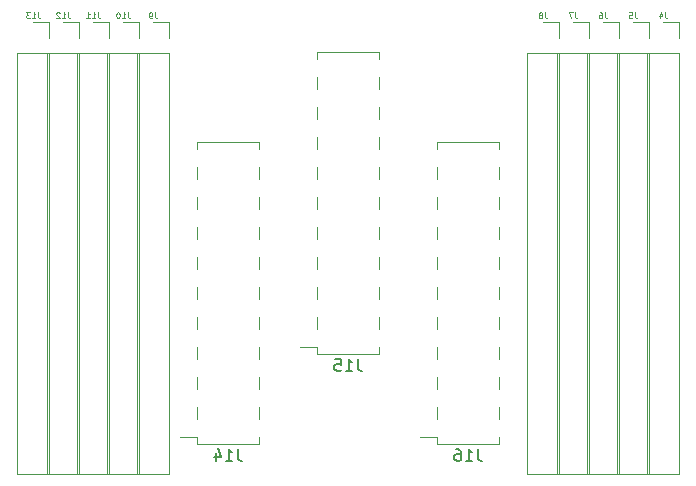
<source format=gbr>
G04 #@! TF.GenerationSoftware,KiCad,Pcbnew,5.1.7-a382d34a8~87~ubuntu18.04.1*
G04 #@! TF.CreationDate,2020-10-22T16:54:02+03:00*
G04 #@! TF.ProjectId,FreeSmart157AAC_29mm_devboard_5r_smd,46726565-536d-4617-9274-313537414143,rev?*
G04 #@! TF.SameCoordinates,Original*
G04 #@! TF.FileFunction,Legend,Bot*
G04 #@! TF.FilePolarity,Positive*
%FSLAX46Y46*%
G04 Gerber Fmt 4.6, Leading zero omitted, Abs format (unit mm)*
G04 Created by KiCad (PCBNEW 5.1.7-a382d34a8~87~ubuntu18.04.1) date 2020-10-22 16:54:02*
%MOMM*%
%LPD*%
G01*
G04 APERTURE LIST*
%ADD10C,0.120000*%
%ADD11C,0.150000*%
%ADD12C,0.125000*%
G04 APERTURE END LIST*
D10*
X2600000Y13460000D02*
X2600000Y14480000D01*
X-2600000Y13460000D02*
X-2600000Y14480000D01*
X2600000Y10920000D02*
X2600000Y11940000D01*
X-2600000Y10920000D02*
X-2600000Y11940000D01*
X2600000Y8380000D02*
X2600000Y9400000D01*
X-2600000Y8380000D02*
X-2600000Y9400000D01*
X2600000Y5840000D02*
X2600000Y6860000D01*
X-2600000Y5840000D02*
X-2600000Y6860000D01*
X2600000Y3300000D02*
X2600000Y4320000D01*
X-2600000Y3300000D02*
X-2600000Y4320000D01*
X2600000Y760000D02*
X2600000Y1780000D01*
X-2600000Y760000D02*
X-2600000Y1780000D01*
X2600000Y-1780000D02*
X2600000Y-760000D01*
X-2600000Y-1780000D02*
X-2600000Y-760000D01*
X2600000Y-4320000D02*
X2600000Y-3300000D01*
X-2600000Y-4320000D02*
X-2600000Y-3300000D01*
X2600000Y-6860000D02*
X2600000Y-5840000D01*
X-2600000Y-6860000D02*
X-2600000Y-5840000D01*
X2600000Y16000000D02*
X2600000Y16570000D01*
X-2600000Y16000000D02*
X-2600000Y16570000D01*
X2600000Y-8950000D02*
X2600000Y-8380000D01*
X-2600000Y-8950000D02*
X-2600000Y-8380000D01*
X-4040000Y-8380000D02*
X-2600000Y-8380000D01*
X-2600000Y16570000D02*
X2600000Y16570000D01*
X-2600000Y-8950000D02*
X2600000Y-8950000D01*
X12760000Y5840000D02*
X12760000Y6860000D01*
X7560000Y5840000D02*
X7560000Y6860000D01*
X12760000Y3300000D02*
X12760000Y4320000D01*
X7560000Y3300000D02*
X7560000Y4320000D01*
X12760000Y760000D02*
X12760000Y1780000D01*
X7560000Y760000D02*
X7560000Y1780000D01*
X12760000Y-1780000D02*
X12760000Y-760000D01*
X7560000Y-1780000D02*
X7560000Y-760000D01*
X12760000Y-4320000D02*
X12760000Y-3300000D01*
X7560000Y-4320000D02*
X7560000Y-3300000D01*
X12760000Y-6860000D02*
X12760000Y-5840000D01*
X7560000Y-6860000D02*
X7560000Y-5840000D01*
X12760000Y-9400000D02*
X12760000Y-8380000D01*
X7560000Y-9400000D02*
X7560000Y-8380000D01*
X12760000Y-11940000D02*
X12760000Y-10920000D01*
X7560000Y-11940000D02*
X7560000Y-10920000D01*
X12760000Y-14480000D02*
X12760000Y-13460000D01*
X7560000Y-14480000D02*
X7560000Y-13460000D01*
X12760000Y8380000D02*
X12760000Y8950000D01*
X7560000Y8380000D02*
X7560000Y8950000D01*
X12760000Y-16570000D02*
X12760000Y-16000000D01*
X7560000Y-16570000D02*
X7560000Y-16000000D01*
X6120000Y-16000000D02*
X7560000Y-16000000D01*
X7560000Y8950000D02*
X12760000Y8950000D01*
X7560000Y-16570000D02*
X12760000Y-16570000D01*
X28000000Y19110000D02*
X26670000Y19110000D01*
X28000000Y17780000D02*
X28000000Y19110000D01*
X28000000Y16510000D02*
X25340000Y16510000D01*
X25340000Y16510000D02*
X25340000Y-19110000D01*
X28000000Y16510000D02*
X28000000Y-19110000D01*
X28000000Y-19110000D02*
X25340000Y-19110000D01*
X25460000Y19110000D02*
X24130000Y19110000D01*
X25460000Y17780000D02*
X25460000Y19110000D01*
X25460000Y16510000D02*
X22800000Y16510000D01*
X22800000Y16510000D02*
X22800000Y-19110000D01*
X25460000Y16510000D02*
X25460000Y-19110000D01*
X25460000Y-19110000D02*
X22800000Y-19110000D01*
X22920000Y19110000D02*
X21590000Y19110000D01*
X22920000Y17780000D02*
X22920000Y19110000D01*
X22920000Y16510000D02*
X20260000Y16510000D01*
X20260000Y16510000D02*
X20260000Y-19110000D01*
X22920000Y16510000D02*
X22920000Y-19110000D01*
X22920000Y-19110000D02*
X20260000Y-19110000D01*
X20380000Y19110000D02*
X19050000Y19110000D01*
X20380000Y17780000D02*
X20380000Y19110000D01*
X20380000Y16510000D02*
X17720000Y16510000D01*
X17720000Y16510000D02*
X17720000Y-19110000D01*
X20380000Y16510000D02*
X20380000Y-19110000D01*
X20380000Y-19110000D02*
X17720000Y-19110000D01*
X17840000Y19110000D02*
X16510000Y19110000D01*
X17840000Y17780000D02*
X17840000Y19110000D01*
X17840000Y16510000D02*
X15180000Y16510000D01*
X15180000Y16510000D02*
X15180000Y-19110000D01*
X17840000Y16510000D02*
X17840000Y-19110000D01*
X17840000Y-19110000D02*
X15180000Y-19110000D01*
X-7560000Y5840000D02*
X-7560000Y6860000D01*
X-12760000Y5840000D02*
X-12760000Y6860000D01*
X-7560000Y3300000D02*
X-7560000Y4320000D01*
X-12760000Y3300000D02*
X-12760000Y4320000D01*
X-7560000Y760000D02*
X-7560000Y1780000D01*
X-12760000Y760000D02*
X-12760000Y1780000D01*
X-7560000Y-1780000D02*
X-7560000Y-760000D01*
X-12760000Y-1780000D02*
X-12760000Y-760000D01*
X-7560000Y-4320000D02*
X-7560000Y-3300000D01*
X-12760000Y-4320000D02*
X-12760000Y-3300000D01*
X-7560000Y-6860000D02*
X-7560000Y-5840000D01*
X-12760000Y-6860000D02*
X-12760000Y-5840000D01*
X-7560000Y-9400000D02*
X-7560000Y-8380000D01*
X-12760000Y-9400000D02*
X-12760000Y-8380000D01*
X-7560000Y-11940000D02*
X-7560000Y-10920000D01*
X-12760000Y-11940000D02*
X-12760000Y-10920000D01*
X-7560000Y-14480000D02*
X-7560000Y-13460000D01*
X-12760000Y-14480000D02*
X-12760000Y-13460000D01*
X-7560000Y8380000D02*
X-7560000Y8950000D01*
X-12760000Y8380000D02*
X-12760000Y8950000D01*
X-7560000Y-16570000D02*
X-7560000Y-16000000D01*
X-12760000Y-16570000D02*
X-12760000Y-16000000D01*
X-14200000Y-16000000D02*
X-12760000Y-16000000D01*
X-12760000Y8950000D02*
X-7560000Y8950000D01*
X-12760000Y-16570000D02*
X-7560000Y-16570000D01*
X-25340000Y19110000D02*
X-26670000Y19110000D01*
X-25340000Y17780000D02*
X-25340000Y19110000D01*
X-25340000Y16510000D02*
X-28000000Y16510000D01*
X-28000000Y16510000D02*
X-28000000Y-19110000D01*
X-25340000Y16510000D02*
X-25340000Y-19110000D01*
X-25340000Y-19110000D02*
X-28000000Y-19110000D01*
X-22800000Y19110000D02*
X-24130000Y19110000D01*
X-22800000Y17780000D02*
X-22800000Y19110000D01*
X-22800000Y16510000D02*
X-25460000Y16510000D01*
X-25460000Y16510000D02*
X-25460000Y-19110000D01*
X-22800000Y16510000D02*
X-22800000Y-19110000D01*
X-22800000Y-19110000D02*
X-25460000Y-19110000D01*
X-20260000Y19110000D02*
X-21590000Y19110000D01*
X-20260000Y17780000D02*
X-20260000Y19110000D01*
X-20260000Y16510000D02*
X-22920000Y16510000D01*
X-22920000Y16510000D02*
X-22920000Y-19110000D01*
X-20260000Y16510000D02*
X-20260000Y-19110000D01*
X-20260000Y-19110000D02*
X-22920000Y-19110000D01*
X-17720000Y19110000D02*
X-19050000Y19110000D01*
X-17720000Y17780000D02*
X-17720000Y19110000D01*
X-17720000Y16510000D02*
X-20380000Y16510000D01*
X-20380000Y16510000D02*
X-20380000Y-19110000D01*
X-17720000Y16510000D02*
X-17720000Y-19110000D01*
X-17720000Y-19110000D02*
X-20380000Y-19110000D01*
X-15180000Y-19110000D02*
X-17840000Y-19110000D01*
X-15180000Y16510000D02*
X-15180000Y-19110000D01*
X-17840000Y16510000D02*
X-17840000Y-19110000D01*
X-15180000Y16510000D02*
X-17840000Y16510000D01*
X-15180000Y17780000D02*
X-15180000Y19110000D01*
X-15180000Y19110000D02*
X-16510000Y19110000D01*
D11*
X809523Y-9402380D02*
X809523Y-10116666D01*
X857142Y-10259523D01*
X952380Y-10354761D01*
X1095238Y-10402380D01*
X1190476Y-10402380D01*
X-190476Y-10402380D02*
X380952Y-10402380D01*
X95238Y-10402380D02*
X95238Y-9402380D01*
X190476Y-9545238D01*
X285714Y-9640476D01*
X380952Y-9688095D01*
X-1095238Y-9402380D02*
X-619047Y-9402380D01*
X-571428Y-9878571D01*
X-619047Y-9830952D01*
X-714285Y-9783333D01*
X-952380Y-9783333D01*
X-1047619Y-9830952D01*
X-1095238Y-9878571D01*
X-1142857Y-9973809D01*
X-1142857Y-10211904D01*
X-1095238Y-10307142D01*
X-1047619Y-10354761D01*
X-952380Y-10402380D01*
X-714285Y-10402380D01*
X-619047Y-10354761D01*
X-571428Y-10307142D01*
X10969523Y-17022380D02*
X10969523Y-17736666D01*
X11017142Y-17879523D01*
X11112380Y-17974761D01*
X11255238Y-18022380D01*
X11350476Y-18022380D01*
X9969523Y-18022380D02*
X10540952Y-18022380D01*
X10255238Y-18022380D02*
X10255238Y-17022380D01*
X10350476Y-17165238D01*
X10445714Y-17260476D01*
X10540952Y-17308095D01*
X9112380Y-17022380D02*
X9302857Y-17022380D01*
X9398095Y-17070000D01*
X9445714Y-17117619D01*
X9540952Y-17260476D01*
X9588571Y-17450952D01*
X9588571Y-17831904D01*
X9540952Y-17927142D01*
X9493333Y-17974761D01*
X9398095Y-18022380D01*
X9207619Y-18022380D01*
X9112380Y-17974761D01*
X9064761Y-17927142D01*
X9017142Y-17831904D01*
X9017142Y-17593809D01*
X9064761Y-17498571D01*
X9112380Y-17450952D01*
X9207619Y-17403333D01*
X9398095Y-17403333D01*
X9493333Y-17450952D01*
X9540952Y-17498571D01*
X9588571Y-17593809D01*
D12*
X26836666Y19958809D02*
X26836666Y19601666D01*
X26860476Y19530238D01*
X26908095Y19482619D01*
X26979523Y19458809D01*
X27027142Y19458809D01*
X26384285Y19792142D02*
X26384285Y19458809D01*
X26503333Y19982619D02*
X26622380Y19625476D01*
X26312857Y19625476D01*
X24296666Y19958809D02*
X24296666Y19601666D01*
X24320476Y19530238D01*
X24368095Y19482619D01*
X24439523Y19458809D01*
X24487142Y19458809D01*
X23820476Y19958809D02*
X24058571Y19958809D01*
X24082380Y19720714D01*
X24058571Y19744523D01*
X24010952Y19768333D01*
X23891904Y19768333D01*
X23844285Y19744523D01*
X23820476Y19720714D01*
X23796666Y19673095D01*
X23796666Y19554047D01*
X23820476Y19506428D01*
X23844285Y19482619D01*
X23891904Y19458809D01*
X24010952Y19458809D01*
X24058571Y19482619D01*
X24082380Y19506428D01*
X21756666Y19958809D02*
X21756666Y19601666D01*
X21780476Y19530238D01*
X21828095Y19482619D01*
X21899523Y19458809D01*
X21947142Y19458809D01*
X21304285Y19958809D02*
X21399523Y19958809D01*
X21447142Y19935000D01*
X21470952Y19911190D01*
X21518571Y19839761D01*
X21542380Y19744523D01*
X21542380Y19554047D01*
X21518571Y19506428D01*
X21494761Y19482619D01*
X21447142Y19458809D01*
X21351904Y19458809D01*
X21304285Y19482619D01*
X21280476Y19506428D01*
X21256666Y19554047D01*
X21256666Y19673095D01*
X21280476Y19720714D01*
X21304285Y19744523D01*
X21351904Y19768333D01*
X21447142Y19768333D01*
X21494761Y19744523D01*
X21518571Y19720714D01*
X21542380Y19673095D01*
X19216666Y19958809D02*
X19216666Y19601666D01*
X19240476Y19530238D01*
X19288095Y19482619D01*
X19359523Y19458809D01*
X19407142Y19458809D01*
X19026190Y19958809D02*
X18692857Y19958809D01*
X18907142Y19458809D01*
X16676666Y19958809D02*
X16676666Y19601666D01*
X16700476Y19530238D01*
X16748095Y19482619D01*
X16819523Y19458809D01*
X16867142Y19458809D01*
X16367142Y19744523D02*
X16414761Y19768333D01*
X16438571Y19792142D01*
X16462380Y19839761D01*
X16462380Y19863571D01*
X16438571Y19911190D01*
X16414761Y19935000D01*
X16367142Y19958809D01*
X16271904Y19958809D01*
X16224285Y19935000D01*
X16200476Y19911190D01*
X16176666Y19863571D01*
X16176666Y19839761D01*
X16200476Y19792142D01*
X16224285Y19768333D01*
X16271904Y19744523D01*
X16367142Y19744523D01*
X16414761Y19720714D01*
X16438571Y19696904D01*
X16462380Y19649285D01*
X16462380Y19554047D01*
X16438571Y19506428D01*
X16414761Y19482619D01*
X16367142Y19458809D01*
X16271904Y19458809D01*
X16224285Y19482619D01*
X16200476Y19506428D01*
X16176666Y19554047D01*
X16176666Y19649285D01*
X16200476Y19696904D01*
X16224285Y19720714D01*
X16271904Y19744523D01*
D11*
X-9350476Y-17022380D02*
X-9350476Y-17736666D01*
X-9302857Y-17879523D01*
X-9207619Y-17974761D01*
X-9064761Y-18022380D01*
X-8969523Y-18022380D01*
X-10350476Y-18022380D02*
X-9779047Y-18022380D01*
X-10064761Y-18022380D02*
X-10064761Y-17022380D01*
X-9969523Y-17165238D01*
X-9874285Y-17260476D01*
X-9779047Y-17308095D01*
X-11207619Y-17355714D02*
X-11207619Y-18022380D01*
X-10969523Y-16974761D02*
X-10731428Y-17689047D01*
X-11350476Y-17689047D01*
D12*
X-26265238Y19958809D02*
X-26265238Y19601666D01*
X-26241428Y19530238D01*
X-26193809Y19482619D01*
X-26122380Y19458809D01*
X-26074761Y19458809D01*
X-26765238Y19458809D02*
X-26479523Y19458809D01*
X-26622380Y19458809D02*
X-26622380Y19958809D01*
X-26574761Y19887380D01*
X-26527142Y19839761D01*
X-26479523Y19815952D01*
X-26931904Y19958809D02*
X-27241428Y19958809D01*
X-27074761Y19768333D01*
X-27146190Y19768333D01*
X-27193809Y19744523D01*
X-27217619Y19720714D01*
X-27241428Y19673095D01*
X-27241428Y19554047D01*
X-27217619Y19506428D01*
X-27193809Y19482619D01*
X-27146190Y19458809D01*
X-27003333Y19458809D01*
X-26955714Y19482619D01*
X-26931904Y19506428D01*
X-23725238Y19958809D02*
X-23725238Y19601666D01*
X-23701428Y19530238D01*
X-23653809Y19482619D01*
X-23582380Y19458809D01*
X-23534761Y19458809D01*
X-24225238Y19458809D02*
X-23939523Y19458809D01*
X-24082380Y19458809D02*
X-24082380Y19958809D01*
X-24034761Y19887380D01*
X-23987142Y19839761D01*
X-23939523Y19815952D01*
X-24415714Y19911190D02*
X-24439523Y19935000D01*
X-24487142Y19958809D01*
X-24606190Y19958809D01*
X-24653809Y19935000D01*
X-24677619Y19911190D01*
X-24701428Y19863571D01*
X-24701428Y19815952D01*
X-24677619Y19744523D01*
X-24391904Y19458809D01*
X-24701428Y19458809D01*
X-21185238Y19958809D02*
X-21185238Y19601666D01*
X-21161428Y19530238D01*
X-21113809Y19482619D01*
X-21042380Y19458809D01*
X-20994761Y19458809D01*
X-21685238Y19458809D02*
X-21399523Y19458809D01*
X-21542380Y19458809D02*
X-21542380Y19958809D01*
X-21494761Y19887380D01*
X-21447142Y19839761D01*
X-21399523Y19815952D01*
X-22161428Y19458809D02*
X-21875714Y19458809D01*
X-22018571Y19458809D02*
X-22018571Y19958809D01*
X-21970952Y19887380D01*
X-21923333Y19839761D01*
X-21875714Y19815952D01*
X-18645238Y19958809D02*
X-18645238Y19601666D01*
X-18621428Y19530238D01*
X-18573809Y19482619D01*
X-18502380Y19458809D01*
X-18454761Y19458809D01*
X-19145238Y19458809D02*
X-18859523Y19458809D01*
X-19002380Y19458809D02*
X-19002380Y19958809D01*
X-18954761Y19887380D01*
X-18907142Y19839761D01*
X-18859523Y19815952D01*
X-19454761Y19958809D02*
X-19502380Y19958809D01*
X-19550000Y19935000D01*
X-19573809Y19911190D01*
X-19597619Y19863571D01*
X-19621428Y19768333D01*
X-19621428Y19649285D01*
X-19597619Y19554047D01*
X-19573809Y19506428D01*
X-19550000Y19482619D01*
X-19502380Y19458809D01*
X-19454761Y19458809D01*
X-19407142Y19482619D01*
X-19383333Y19506428D01*
X-19359523Y19554047D01*
X-19335714Y19649285D01*
X-19335714Y19768333D01*
X-19359523Y19863571D01*
X-19383333Y19911190D01*
X-19407142Y19935000D01*
X-19454761Y19958809D01*
X-16343333Y19958809D02*
X-16343333Y19601666D01*
X-16319523Y19530238D01*
X-16271904Y19482619D01*
X-16200476Y19458809D01*
X-16152857Y19458809D01*
X-16605238Y19458809D02*
X-16700476Y19458809D01*
X-16748095Y19482619D01*
X-16771904Y19506428D01*
X-16819523Y19577857D01*
X-16843333Y19673095D01*
X-16843333Y19863571D01*
X-16819523Y19911190D01*
X-16795714Y19935000D01*
X-16748095Y19958809D01*
X-16652857Y19958809D01*
X-16605238Y19935000D01*
X-16581428Y19911190D01*
X-16557619Y19863571D01*
X-16557619Y19744523D01*
X-16581428Y19696904D01*
X-16605238Y19673095D01*
X-16652857Y19649285D01*
X-16748095Y19649285D01*
X-16795714Y19673095D01*
X-16819523Y19696904D01*
X-16843333Y19744523D01*
M02*

</source>
